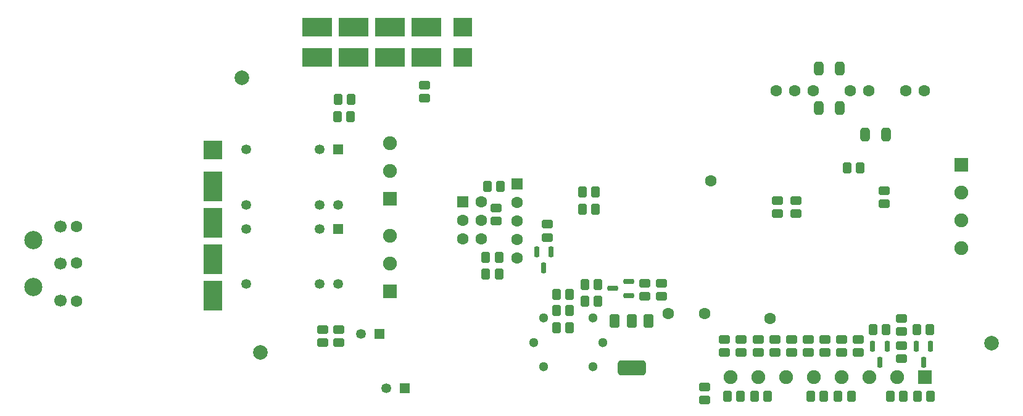
<source format=gbr>
*
G04 Job   : X:\MG\projects\L02-0101\PCB\L02-0101.pcb*
G04 User  : DESKTOP-LPE9H33:User*
G04 Layer : L02-0101_12SMB.gbr*
G04 Date  : Tue Mar 14 15:44:52 2017*
%ICAS*%
%MOIN*%
%FSLAX24Y24*%
%OFA0.0000B0.0000*%
G90*
G74*
%AMVB_RECTANGLE*
21,1,$1,$2,0,0,$3*
%
%AMVB_RCRECTANGLE*
$3=$3X2*
21,1,$1-$3,$2,0,0,0*
21,1,$1,$2-$3,0,0,0*
$1=$1/2*
$2=$2/2*
$3=$3/2*
$1=$1-$3*
$2=$2-$3*
1,1,$3X2,0-$1,0-$2*
1,1,$3X2,0-$1,$2*
1,1,$3X2,$1,$2*
1,1,$3X2,$1,0-$2*
%
%ADD27C,0.05118*%
%ADD22C,0.05315*%
%ADD11C,0.06299*%
%ADD15C,0.06693*%
%ADD71C,0.07480*%
%ADD10C,0.07874*%
%ADD14C,0.09843*%
%ADD21VB_RECTANGLE,0.05315X0.05315X180.00000*%
%ADD20VB_RECTANGLE,0.06299X0.06299X270.00000*%
%ADD70VB_RECTANGLE,0.07480X0.07480X90.00000*%
%ADD13VB_RECTANGLE,0.10236X0.10236X270.00000*%
%ADD16VB_RECTANGLE,0.15748X0.10236X0.00000*%
%ADD12VB_RECTANGLE,0.15748X0.10236X270.00000*%
%ADD23VB_RCRECTANGLE,0.05669X0.02756X0.00787*%
%ADD24VB_RCRECTANGLE,0.02756X0.05669X0.00787*%
%ADD17VB_RCRECTANGLE,0.06102X0.04724X0.01181*%
%ADD18VB_RCRECTANGLE,0.04724X0.06102X0.01181*%
%ADD19VB_RCRECTANGLE,0.05118X0.07480X0.01575*%
%ADD26VB_RCRECTANGLE,0.05315X0.07480X0.01181*%
%ADD25VB_RCRECTANGLE,0.15354X0.08268X0.01969*%
G01*
G54D10*
X-20315Y7520D03*
X-19331Y-7323D03*
X20157Y-6811D03*
G54D11*
X-29252Y-4528D03*
Y-2480D03*
Y-512D03*
X-8386Y-1173D03*
Y-173D03*
X-7386Y-1173D03*
Y-173D03*
Y827D03*
X-5453Y-2209D03*
Y-1209D03*
Y-209D03*
Y791D03*
X2707Y-5207D03*
X4675D03*
X5020Y1969D03*
X8209Y-5472D03*
X8551Y6815D03*
X9551D03*
X10551D03*
X12551Y6817D03*
X13551D03*
X15551D03*
X16551D03*
G54D12*
X-21906Y-4236D03*
Y-2268D03*
Y-299D03*
Y1669D03*
G54D13*
Y3638D03*
X-8402Y10260D03*
X-8398Y8606D03*
G54D14*
X-31585Y-3770D03*
Y-1250D03*
G54D15*
X-30128Y-4510D03*
Y-2510D03*
Y-510D03*
G54D16*
X-16276Y10260D03*
X-16272Y8606D03*
X-14307Y10260D03*
X-14303Y8606D03*
X-12339Y10260D03*
X-12335Y8606D03*
X-10370Y10260D03*
X-10366Y8606D03*
G54D17*
X-15965Y-6772D03*
Y-6063D03*
X-15079Y-6772D03*
Y-6063D03*
X-10463Y6407D03*
Y7116D03*
X-6594Y-217D03*
Y492D03*
X-3839Y-1102D03*
Y-394D03*
X1437Y-4272D03*
Y-3563D03*
X2343Y-4272D03*
Y-3563D03*
X4685Y-9882D03*
Y-9173D03*
X5748Y-7323D03*
Y-6614D03*
X6654Y-7323D03*
Y-6614D03*
X7559Y-7323D03*
Y-6614D03*
X8465Y-7323D03*
Y-6614D03*
X8612Y187D03*
Y896D03*
X9370Y-7323D03*
Y-6614D03*
X9606Y187D03*
Y896D03*
X10276Y-7323D03*
Y-6614D03*
X11181Y-7323D03*
Y-6614D03*
X12087Y-7323D03*
Y-6614D03*
X12972Y-7323D03*
Y-6614D03*
X14390Y709D03*
Y1417D03*
X15315Y-7638D03*
Y-6929D03*
Y-6181D03*
Y-5472D03*
G54D18*
X-15157Y5413D03*
X-15138Y6339D03*
X-14449Y5413D03*
X-14429Y6339D03*
X-7146Y-3071D03*
Y-2165D03*
X-7067Y1654D03*
X-6437Y-3071D03*
Y-2165D03*
X-6358Y1654D03*
X-3327Y-5984D03*
Y-5059D03*
Y-4173D03*
X-2618Y-5984D03*
Y-5059D03*
Y-4173D03*
X-1929Y433D03*
Y1339D03*
X-1791Y-4547D03*
Y-3642D03*
X-1220Y433D03*
Y1339D03*
X-1083Y-4547D03*
Y-3642D03*
X5906Y-9685D03*
X6614D03*
X7362D03*
X8071D03*
X10394D03*
X11102D03*
X11890D03*
X12362Y2657D03*
X12598Y-9685D03*
X13071Y2657D03*
X13780Y-6083D03*
X14488D03*
X14705Y-9685D03*
X15413D03*
X16142Y-6083D03*
X16161Y-9685D03*
X16850Y-6083D03*
X16870Y-9685D03*
G54D19*
X10846Y5890D03*
Y8016D03*
X11988Y5890D03*
Y8016D03*
X13327Y4449D03*
X14469D03*
G54D20*
X-8386Y827D03*
X-5453Y1791D03*
G54D21*
X-15138Y-630D03*
Y3642D03*
X-12886Y-6319D03*
X-11528Y-9252D03*
G54D22*
X-20098Y-3622D03*
Y-630D03*
Y650D03*
Y3642D03*
X-16122Y-3622D03*
Y-630D03*
Y650D03*
Y3642D03*
X-15138Y-3622D03*
Y650D03*
X-13886Y-6319D03*
X-12528Y-9252D03*
G54D23*
X-295Y-3858D03*
X571Y-4252D03*
Y-3465D03*
G54D24*
X-4409Y-1890D03*
X-4016Y-2756D03*
X-3622Y-1890D03*
X13740Y-6969D03*
X14134Y-7835D03*
X14528Y-6969D03*
X16102D03*
X16496Y-7835D03*
X16890Y-6969D03*
G54D25*
X728Y-8130D03*
G54D26*
X-177Y-5610D03*
X728D03*
X1634D03*
G54D27*
X-4567Y-6772D03*
X-4019Y-8094D03*
Y-5449D03*
X-1375Y-8094D03*
Y-5449D03*
X-827Y-6772D03*
G54D70*
X-12323Y-4016D03*
Y984D03*
X16563Y-8661D03*
X18524Y2815D03*
G54D71*
X-12323Y-2516D03*
Y-1016D03*
Y2484D03*
Y3984D03*
X6063Y-8661D03*
X7563D03*
X9063D03*
X10563D03*
X12063D03*
X13563D03*
X15063D03*
X18524Y-1685D03*
Y-185D03*
Y1315D03*
M02*

</source>
